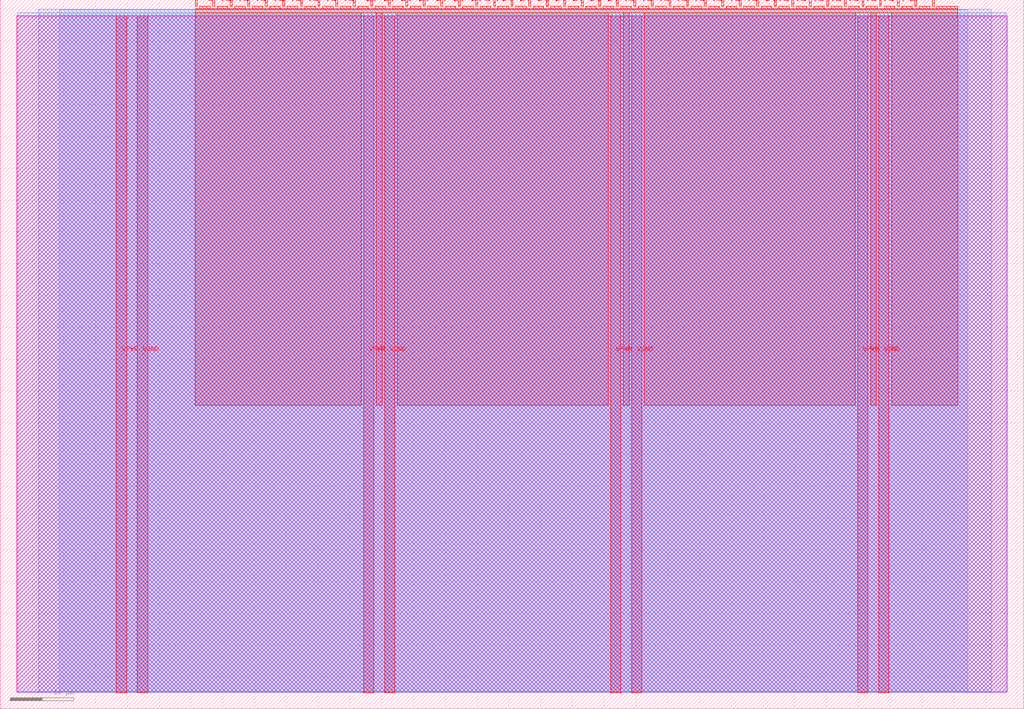
<source format=lef>
VERSION 5.7 ;
  NOWIREEXTENSIONATPIN ON ;
  DIVIDERCHAR "/" ;
  BUSBITCHARS "[]" ;
MACRO tt_um_spacewar
  CLASS BLOCK ;
  FOREIGN tt_um_spacewar ;
  ORIGIN 0.000 0.000 ;
  SIZE 161.000 BY 111.520 ;
  PIN VGND
    DIRECTION INOUT ;
    USE GROUND ;
    PORT
      LAYER met4 ;
        RECT 21.580 2.480 23.180 109.040 ;
    END
    PORT
      LAYER met4 ;
        RECT 60.450 2.480 62.050 109.040 ;
    END
    PORT
      LAYER met4 ;
        RECT 99.320 2.480 100.920 109.040 ;
    END
    PORT
      LAYER met4 ;
        RECT 138.190 2.480 139.790 109.040 ;
    END
  END VGND
  PIN VPWR
    DIRECTION INOUT ;
    USE POWER ;
    PORT
      LAYER met4 ;
        RECT 18.280 2.480 19.880 109.040 ;
    END
    PORT
      LAYER met4 ;
        RECT 57.150 2.480 58.750 109.040 ;
    END
    PORT
      LAYER met4 ;
        RECT 96.020 2.480 97.620 109.040 ;
    END
    PORT
      LAYER met4 ;
        RECT 134.890 2.480 136.490 109.040 ;
    END
  END VPWR
  PIN clk
    DIRECTION INPUT ;
    USE SIGNAL ;
    ANTENNAGATEAREA 0.852000 ;
    PORT
      LAYER met4 ;
        RECT 143.830 110.520 144.130 111.520 ;
    END
  END clk
  PIN ena
    DIRECTION INPUT ;
    USE SIGNAL ;
    PORT
      LAYER met4 ;
        RECT 146.590 110.520 146.890 111.520 ;
    END
  END ena
  PIN rst_n
    DIRECTION INPUT ;
    USE SIGNAL ;
    ANTENNAGATEAREA 0.196500 ;
    PORT
      LAYER met4 ;
        RECT 141.070 110.520 141.370 111.520 ;
    END
  END rst_n
  PIN ui_in[0]
    DIRECTION INPUT ;
    USE SIGNAL ;
    PORT
      LAYER met4 ;
        RECT 138.310 110.520 138.610 111.520 ;
    END
  END ui_in[0]
  PIN ui_in[1]
    DIRECTION INPUT ;
    USE SIGNAL ;
    PORT
      LAYER met4 ;
        RECT 135.550 110.520 135.850 111.520 ;
    END
  END ui_in[1]
  PIN ui_in[2]
    DIRECTION INPUT ;
    USE SIGNAL ;
    PORT
      LAYER met4 ;
        RECT 132.790 110.520 133.090 111.520 ;
    END
  END ui_in[2]
  PIN ui_in[3]
    DIRECTION INPUT ;
    USE SIGNAL ;
    PORT
      LAYER met4 ;
        RECT 130.030 110.520 130.330 111.520 ;
    END
  END ui_in[3]
  PIN ui_in[4]
    DIRECTION INPUT ;
    USE SIGNAL ;
    ANTENNAGATEAREA 0.196500 ;
    PORT
      LAYER met4 ;
        RECT 127.270 110.520 127.570 111.520 ;
    END
  END ui_in[4]
  PIN ui_in[5]
    DIRECTION INPUT ;
    USE SIGNAL ;
    ANTENNAGATEAREA 0.196500 ;
    PORT
      LAYER met4 ;
        RECT 124.510 110.520 124.810 111.520 ;
    END
  END ui_in[5]
  PIN ui_in[6]
    DIRECTION INPUT ;
    USE SIGNAL ;
    ANTENNAGATEAREA 0.196500 ;
    PORT
      LAYER met4 ;
        RECT 121.750 110.520 122.050 111.520 ;
    END
  END ui_in[6]
  PIN ui_in[7]
    DIRECTION INPUT ;
    USE SIGNAL ;
    PORT
      LAYER met4 ;
        RECT 118.990 110.520 119.290 111.520 ;
    END
  END ui_in[7]
  PIN uio_in[0]
    DIRECTION INPUT ;
    USE SIGNAL ;
    PORT
      LAYER met4 ;
        RECT 116.230 110.520 116.530 111.520 ;
    END
  END uio_in[0]
  PIN uio_in[1]
    DIRECTION INPUT ;
    USE SIGNAL ;
    PORT
      LAYER met4 ;
        RECT 113.470 110.520 113.770 111.520 ;
    END
  END uio_in[1]
  PIN uio_in[2]
    DIRECTION INPUT ;
    USE SIGNAL ;
    PORT
      LAYER met4 ;
        RECT 110.710 110.520 111.010 111.520 ;
    END
  END uio_in[2]
  PIN uio_in[3]
    DIRECTION INPUT ;
    USE SIGNAL ;
    PORT
      LAYER met4 ;
        RECT 107.950 110.520 108.250 111.520 ;
    END
  END uio_in[3]
  PIN uio_in[4]
    DIRECTION INPUT ;
    USE SIGNAL ;
    PORT
      LAYER met4 ;
        RECT 105.190 110.520 105.490 111.520 ;
    END
  END uio_in[4]
  PIN uio_in[5]
    DIRECTION INPUT ;
    USE SIGNAL ;
    PORT
      LAYER met4 ;
        RECT 102.430 110.520 102.730 111.520 ;
    END
  END uio_in[5]
  PIN uio_in[6]
    DIRECTION INPUT ;
    USE SIGNAL ;
    PORT
      LAYER met4 ;
        RECT 99.670 110.520 99.970 111.520 ;
    END
  END uio_in[6]
  PIN uio_in[7]
    DIRECTION INPUT ;
    USE SIGNAL ;
    PORT
      LAYER met4 ;
        RECT 96.910 110.520 97.210 111.520 ;
    END
  END uio_in[7]
  PIN uio_oe[0]
    DIRECTION OUTPUT ;
    USE SIGNAL ;
    PORT
      LAYER met4 ;
        RECT 49.990 110.520 50.290 111.520 ;
    END
  END uio_oe[0]
  PIN uio_oe[1]
    DIRECTION OUTPUT ;
    USE SIGNAL ;
    PORT
      LAYER met4 ;
        RECT 47.230 110.520 47.530 111.520 ;
    END
  END uio_oe[1]
  PIN uio_oe[2]
    DIRECTION OUTPUT ;
    USE SIGNAL ;
    PORT
      LAYER met4 ;
        RECT 44.470 110.520 44.770 111.520 ;
    END
  END uio_oe[2]
  PIN uio_oe[3]
    DIRECTION OUTPUT ;
    USE SIGNAL ;
    PORT
      LAYER met4 ;
        RECT 41.710 110.520 42.010 111.520 ;
    END
  END uio_oe[3]
  PIN uio_oe[4]
    DIRECTION OUTPUT ;
    USE SIGNAL ;
    PORT
      LAYER met4 ;
        RECT 38.950 110.520 39.250 111.520 ;
    END
  END uio_oe[4]
  PIN uio_oe[5]
    DIRECTION OUTPUT ;
    USE SIGNAL ;
    PORT
      LAYER met4 ;
        RECT 36.190 110.520 36.490 111.520 ;
    END
  END uio_oe[5]
  PIN uio_oe[6]
    DIRECTION OUTPUT ;
    USE SIGNAL ;
    PORT
      LAYER met4 ;
        RECT 33.430 110.520 33.730 111.520 ;
    END
  END uio_oe[6]
  PIN uio_oe[7]
    DIRECTION OUTPUT ;
    USE SIGNAL ;
    PORT
      LAYER met4 ;
        RECT 30.670 110.520 30.970 111.520 ;
    END
  END uio_oe[7]
  PIN uio_out[0]
    DIRECTION OUTPUT ;
    USE SIGNAL ;
    PORT
      LAYER met4 ;
        RECT 72.070 110.520 72.370 111.520 ;
    END
  END uio_out[0]
  PIN uio_out[1]
    DIRECTION OUTPUT ;
    USE SIGNAL ;
    PORT
      LAYER met4 ;
        RECT 69.310 110.520 69.610 111.520 ;
    END
  END uio_out[1]
  PIN uio_out[2]
    DIRECTION OUTPUT ;
    USE SIGNAL ;
    PORT
      LAYER met4 ;
        RECT 66.550 110.520 66.850 111.520 ;
    END
  END uio_out[2]
  PIN uio_out[3]
    DIRECTION OUTPUT ;
    USE SIGNAL ;
    PORT
      LAYER met4 ;
        RECT 63.790 110.520 64.090 111.520 ;
    END
  END uio_out[3]
  PIN uio_out[4]
    DIRECTION OUTPUT ;
    USE SIGNAL ;
    PORT
      LAYER met4 ;
        RECT 61.030 110.520 61.330 111.520 ;
    END
  END uio_out[4]
  PIN uio_out[5]
    DIRECTION OUTPUT ;
    USE SIGNAL ;
    PORT
      LAYER met4 ;
        RECT 58.270 110.520 58.570 111.520 ;
    END
  END uio_out[5]
  PIN uio_out[6]
    DIRECTION OUTPUT ;
    USE SIGNAL ;
    PORT
      LAYER met4 ;
        RECT 55.510 110.520 55.810 111.520 ;
    END
  END uio_out[6]
  PIN uio_out[7]
    DIRECTION OUTPUT ;
    USE SIGNAL ;
    PORT
      LAYER met4 ;
        RECT 52.750 110.520 53.050 111.520 ;
    END
  END uio_out[7]
  PIN uo_out[0]
    DIRECTION OUTPUT ;
    USE SIGNAL ;
    ANTENNADIFFAREA 0.445500 ;
    PORT
      LAYER met4 ;
        RECT 94.150 110.520 94.450 111.520 ;
    END
  END uo_out[0]
  PIN uo_out[1]
    DIRECTION OUTPUT ;
    USE SIGNAL ;
    ANTENNADIFFAREA 0.445500 ;
    PORT
      LAYER met4 ;
        RECT 91.390 110.520 91.690 111.520 ;
    END
  END uo_out[1]
  PIN uo_out[2]
    DIRECTION OUTPUT ;
    USE SIGNAL ;
    ANTENNADIFFAREA 0.445500 ;
    PORT
      LAYER met4 ;
        RECT 88.630 110.520 88.930 111.520 ;
    END
  END uo_out[2]
  PIN uo_out[3]
    DIRECTION OUTPUT ;
    USE SIGNAL ;
    ANTENNADIFFAREA 0.445500 ;
    PORT
      LAYER met4 ;
        RECT 85.870 110.520 86.170 111.520 ;
    END
  END uo_out[3]
  PIN uo_out[4]
    DIRECTION OUTPUT ;
    USE SIGNAL ;
    ANTENNADIFFAREA 0.445500 ;
    PORT
      LAYER met4 ;
        RECT 83.110 110.520 83.410 111.520 ;
    END
  END uo_out[4]
  PIN uo_out[5]
    DIRECTION OUTPUT ;
    USE SIGNAL ;
    ANTENNAGATEAREA 0.159000 ;
    ANTENNADIFFAREA 0.445500 ;
    PORT
      LAYER met4 ;
        RECT 80.350 110.520 80.650 111.520 ;
    END
  END uo_out[5]
  PIN uo_out[6]
    DIRECTION OUTPUT ;
    USE SIGNAL ;
    ANTENNAGATEAREA 0.477000 ;
    ANTENNADIFFAREA 0.891000 ;
    PORT
      LAYER met4 ;
        RECT 77.590 110.520 77.890 111.520 ;
    END
  END uo_out[6]
  PIN uo_out[7]
    DIRECTION OUTPUT ;
    USE SIGNAL ;
    ANTENNADIFFAREA 0.445500 ;
    PORT
      LAYER met4 ;
        RECT 74.830 110.520 75.130 111.520 ;
    END
  END uo_out[7]
  OBS
      LAYER nwell ;
        RECT 2.570 2.635 158.430 108.990 ;
      LAYER li1 ;
        RECT 2.760 2.635 158.240 108.885 ;
      LAYER met1 ;
        RECT 2.760 2.480 158.240 109.440 ;
      LAYER met2 ;
        RECT 6.080 2.535 155.840 110.005 ;
      LAYER met3 ;
        RECT 9.265 2.555 152.195 109.985 ;
      LAYER met4 ;
        RECT 31.370 110.120 33.030 110.520 ;
        RECT 34.130 110.120 35.790 110.520 ;
        RECT 36.890 110.120 38.550 110.520 ;
        RECT 39.650 110.120 41.310 110.520 ;
        RECT 42.410 110.120 44.070 110.520 ;
        RECT 45.170 110.120 46.830 110.520 ;
        RECT 47.930 110.120 49.590 110.520 ;
        RECT 50.690 110.120 52.350 110.520 ;
        RECT 53.450 110.120 55.110 110.520 ;
        RECT 56.210 110.120 57.870 110.520 ;
        RECT 58.970 110.120 60.630 110.520 ;
        RECT 61.730 110.120 63.390 110.520 ;
        RECT 64.490 110.120 66.150 110.520 ;
        RECT 67.250 110.120 68.910 110.520 ;
        RECT 70.010 110.120 71.670 110.520 ;
        RECT 72.770 110.120 74.430 110.520 ;
        RECT 75.530 110.120 77.190 110.520 ;
        RECT 78.290 110.120 79.950 110.520 ;
        RECT 81.050 110.120 82.710 110.520 ;
        RECT 83.810 110.120 85.470 110.520 ;
        RECT 86.570 110.120 88.230 110.520 ;
        RECT 89.330 110.120 90.990 110.520 ;
        RECT 92.090 110.120 93.750 110.520 ;
        RECT 94.850 110.120 96.510 110.520 ;
        RECT 97.610 110.120 99.270 110.520 ;
        RECT 100.370 110.120 102.030 110.520 ;
        RECT 103.130 110.120 104.790 110.520 ;
        RECT 105.890 110.120 107.550 110.520 ;
        RECT 108.650 110.120 110.310 110.520 ;
        RECT 111.410 110.120 113.070 110.520 ;
        RECT 114.170 110.120 115.830 110.520 ;
        RECT 116.930 110.120 118.590 110.520 ;
        RECT 119.690 110.120 121.350 110.520 ;
        RECT 122.450 110.120 124.110 110.520 ;
        RECT 125.210 110.120 126.870 110.520 ;
        RECT 127.970 110.120 129.630 110.520 ;
        RECT 130.730 110.120 132.390 110.520 ;
        RECT 133.490 110.120 135.150 110.520 ;
        RECT 136.250 110.120 137.910 110.520 ;
        RECT 139.010 110.120 140.670 110.520 ;
        RECT 141.770 110.120 143.430 110.520 ;
        RECT 144.530 110.120 146.190 110.520 ;
        RECT 147.290 110.120 150.585 110.520 ;
        RECT 30.655 109.440 150.585 110.120 ;
        RECT 30.655 47.775 56.750 109.440 ;
        RECT 59.150 47.775 60.050 109.440 ;
        RECT 62.450 47.775 95.620 109.440 ;
        RECT 98.020 47.775 98.920 109.440 ;
        RECT 101.320 47.775 134.490 109.440 ;
        RECT 136.890 47.775 137.790 109.440 ;
        RECT 140.190 47.775 150.585 109.440 ;
  END
END tt_um_spacewar
END LIBRARY


</source>
